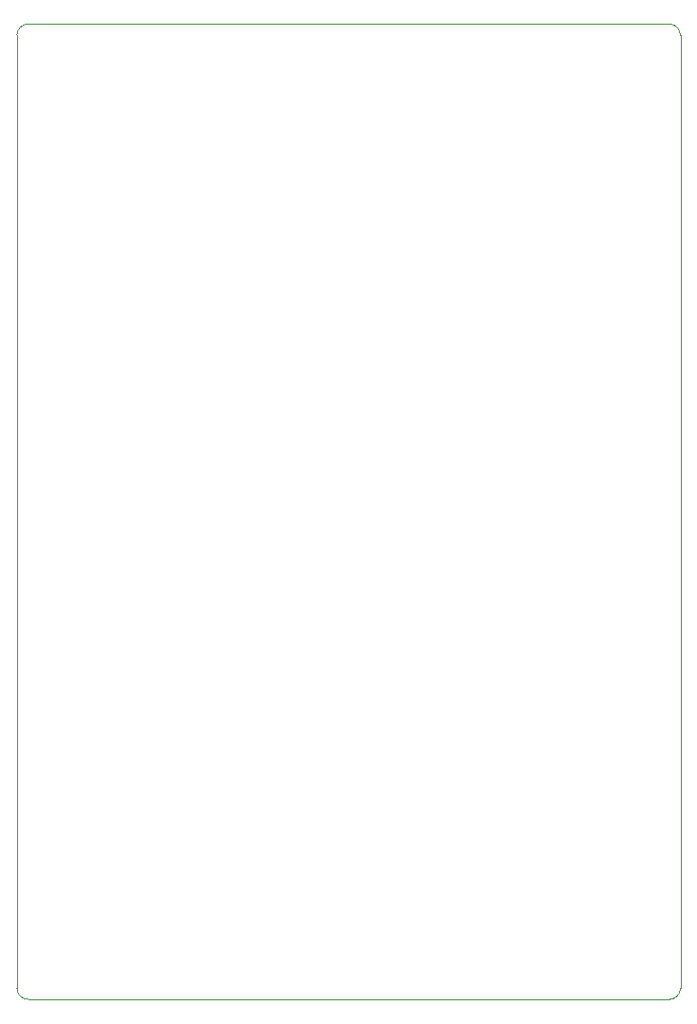
<source format=gm1>
%TF.GenerationSoftware,KiCad,Pcbnew,(6.0.4)*%
%TF.CreationDate,2022-04-07T14:28:42+02:00*%
%TF.ProjectId,LBS6_Rear_Plate,4c425336-5f52-4656-9172-5f506c617465,v1.01*%
%TF.SameCoordinates,Original*%
%TF.FileFunction,Profile,NP*%
%FSLAX46Y46*%
G04 Gerber Fmt 4.6, Leading zero omitted, Abs format (unit mm)*
G04 Created by KiCad (PCBNEW (6.0.4)) date 2022-04-07 14:28:42*
%MOMM*%
%LPD*%
G01*
G04 APERTURE LIST*
%TA.AperFunction,Profile*%
%ADD10C,0.050000*%
%TD*%
G04 APERTURE END LIST*
D10*
X139890000Y-46780000D02*
G75*
G03*
X138890000Y-45780000I-1000000J0D01*
G01*
X138890000Y-132790000D02*
G75*
G03*
X139890000Y-131790000I0J1000000D01*
G01*
X139890000Y-46780000D02*
X139890000Y-131790000D01*
X81650000Y-45780000D02*
X138890000Y-45780000D01*
X81650000Y-45780000D02*
G75*
G03*
X80650000Y-46780000I0J-1000000D01*
G01*
X80647107Y-131790000D02*
X80650000Y-46780000D01*
X80647100Y-131790000D02*
G75*
G03*
X81647107Y-132790000I1000000J0D01*
G01*
X138890000Y-132790000D02*
X81647107Y-132790000D01*
M02*

</source>
